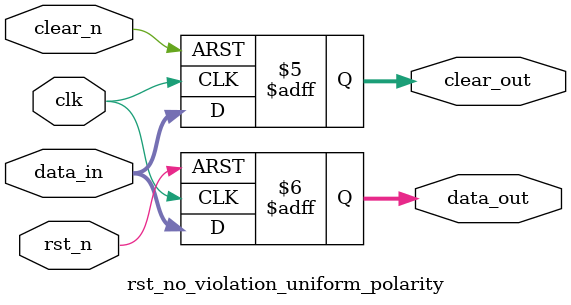
<source format=sv>

module rst_no_violation_uniform_polarity (
  input wire clk,
  input wire rst_n,      // Active-low
  input wire clear_n,    // Active-low
  input wire [7:0] data_in,
  output logic [7:0] data_out,
  output logic [7:0] clear_out
);

  // All resets use same polarity (active-low)
  always_ff @(posedge clk or negedge rst_n) begin
    if (!rst_n)
      data_out <= 8'h00;
    else
      data_out <= data_in;
  end
  
  always_ff @(posedge clk or negedge clear_n) begin
    if (!clear_n)
      clear_out <= 8'h00;
    else
      clear_out <= data_in;
  end

endmodule


</source>
